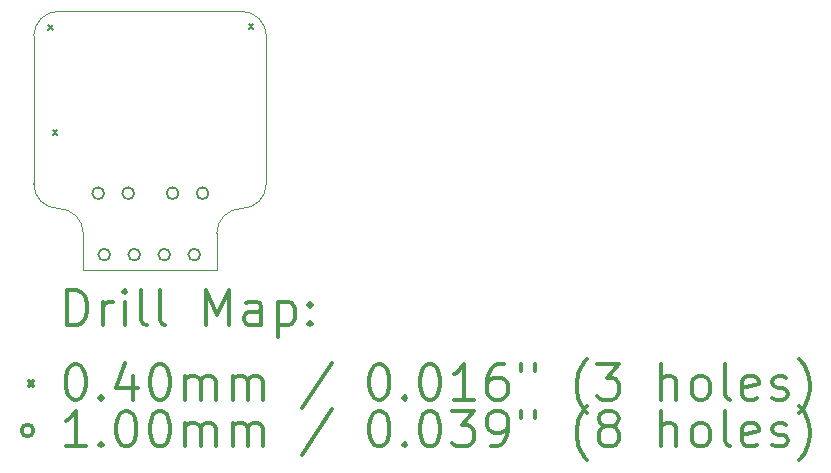
<source format=gbr>
%FSLAX45Y45*%
G04 Gerber Fmt 4.5, Leading zero omitted, Abs format (unit mm)*
G04 Created by KiCad (PCBNEW (5.1.6)-1) date 2022-09-22 09:58:58*
%MOMM*%
%LPD*%
G01*
G04 APERTURE LIST*
%TA.AperFunction,Profile*%
%ADD10C,0.050000*%
%TD*%
%ADD11C,0.200000*%
%ADD12C,0.300000*%
G04 APERTURE END LIST*
D10*
X16820000Y-7570000D02*
X15270000Y-7570000D01*
X16820000Y-7570000D02*
G75*
G02*
X17030000Y-7780000I0J-210000D01*
G01*
X17030000Y-9030000D02*
X17030000Y-7780000D01*
X15060000Y-7780000D02*
G75*
G02*
X15270000Y-7570000I210000J0D01*
G01*
X15060000Y-9030000D02*
X15060000Y-7780000D01*
X15270000Y-9240000D02*
G75*
G02*
X15060000Y-9030000I0J210000D01*
G01*
X15270000Y-9240000D02*
G75*
G02*
X15480000Y-9450000I0J-210000D01*
G01*
X17030000Y-9030000D02*
G75*
G02*
X16820000Y-9240000I-210000J0D01*
G01*
X16610000Y-9450000D02*
G75*
G02*
X16820000Y-9240000I210000J0D01*
G01*
X16610000Y-9760000D02*
X16610000Y-9450000D01*
X15480000Y-9760000D02*
X15480000Y-9450000D01*
X15480000Y-9760000D02*
X16610000Y-9760000D01*
D11*
X15180000Y-7690000D02*
X15220000Y-7730000D01*
X15220000Y-7690000D02*
X15180000Y-7730000D01*
X15220000Y-8575000D02*
X15260000Y-8615000D01*
X15260000Y-8575000D02*
X15220000Y-8615000D01*
X16880000Y-7680000D02*
X16920000Y-7720000D01*
X16920000Y-7680000D02*
X16880000Y-7720000D01*
X16286000Y-9110000D02*
G75*
G03*
X16286000Y-9110000I-50000J0D01*
G01*
X16540000Y-9110000D02*
G75*
G03*
X16540000Y-9110000I-50000J0D01*
G01*
X15656000Y-9110000D02*
G75*
G03*
X15656000Y-9110000I-50000J0D01*
G01*
X15910000Y-9110000D02*
G75*
G03*
X15910000Y-9110000I-50000J0D01*
G01*
X15708000Y-9630000D02*
G75*
G03*
X15708000Y-9630000I-50000J0D01*
G01*
X15962000Y-9630000D02*
G75*
G03*
X15962000Y-9630000I-50000J0D01*
G01*
X16216000Y-9630000D02*
G75*
G03*
X16216000Y-9630000I-50000J0D01*
G01*
X16470000Y-9630000D02*
G75*
G03*
X16470000Y-9630000I-50000J0D01*
G01*
D12*
X15343928Y-10228214D02*
X15343928Y-9928214D01*
X15415357Y-9928214D01*
X15458214Y-9942500D01*
X15486786Y-9971072D01*
X15501071Y-9999643D01*
X15515357Y-10056786D01*
X15515357Y-10099643D01*
X15501071Y-10156786D01*
X15486786Y-10185357D01*
X15458214Y-10213929D01*
X15415357Y-10228214D01*
X15343928Y-10228214D01*
X15643928Y-10228214D02*
X15643928Y-10028214D01*
X15643928Y-10085357D02*
X15658214Y-10056786D01*
X15672500Y-10042500D01*
X15701071Y-10028214D01*
X15729643Y-10028214D01*
X15829643Y-10228214D02*
X15829643Y-10028214D01*
X15829643Y-9928214D02*
X15815357Y-9942500D01*
X15829643Y-9956786D01*
X15843928Y-9942500D01*
X15829643Y-9928214D01*
X15829643Y-9956786D01*
X16015357Y-10228214D02*
X15986786Y-10213929D01*
X15972500Y-10185357D01*
X15972500Y-9928214D01*
X16172500Y-10228214D02*
X16143928Y-10213929D01*
X16129643Y-10185357D01*
X16129643Y-9928214D01*
X16515357Y-10228214D02*
X16515357Y-9928214D01*
X16615357Y-10142500D01*
X16715357Y-9928214D01*
X16715357Y-10228214D01*
X16986786Y-10228214D02*
X16986786Y-10071072D01*
X16972500Y-10042500D01*
X16943928Y-10028214D01*
X16886786Y-10028214D01*
X16858214Y-10042500D01*
X16986786Y-10213929D02*
X16958214Y-10228214D01*
X16886786Y-10228214D01*
X16858214Y-10213929D01*
X16843928Y-10185357D01*
X16843928Y-10156786D01*
X16858214Y-10128214D01*
X16886786Y-10113929D01*
X16958214Y-10113929D01*
X16986786Y-10099643D01*
X17129643Y-10028214D02*
X17129643Y-10328214D01*
X17129643Y-10042500D02*
X17158214Y-10028214D01*
X17215357Y-10028214D01*
X17243928Y-10042500D01*
X17258214Y-10056786D01*
X17272500Y-10085357D01*
X17272500Y-10171072D01*
X17258214Y-10199643D01*
X17243928Y-10213929D01*
X17215357Y-10228214D01*
X17158214Y-10228214D01*
X17129643Y-10213929D01*
X17401071Y-10199643D02*
X17415357Y-10213929D01*
X17401071Y-10228214D01*
X17386786Y-10213929D01*
X17401071Y-10199643D01*
X17401071Y-10228214D01*
X17401071Y-10042500D02*
X17415357Y-10056786D01*
X17401071Y-10071072D01*
X17386786Y-10056786D01*
X17401071Y-10042500D01*
X17401071Y-10071072D01*
X15017500Y-10702500D02*
X15057500Y-10742500D01*
X15057500Y-10702500D02*
X15017500Y-10742500D01*
X15401071Y-10558214D02*
X15429643Y-10558214D01*
X15458214Y-10572500D01*
X15472500Y-10586786D01*
X15486786Y-10615357D01*
X15501071Y-10672500D01*
X15501071Y-10743929D01*
X15486786Y-10801072D01*
X15472500Y-10829643D01*
X15458214Y-10843929D01*
X15429643Y-10858214D01*
X15401071Y-10858214D01*
X15372500Y-10843929D01*
X15358214Y-10829643D01*
X15343928Y-10801072D01*
X15329643Y-10743929D01*
X15329643Y-10672500D01*
X15343928Y-10615357D01*
X15358214Y-10586786D01*
X15372500Y-10572500D01*
X15401071Y-10558214D01*
X15629643Y-10829643D02*
X15643928Y-10843929D01*
X15629643Y-10858214D01*
X15615357Y-10843929D01*
X15629643Y-10829643D01*
X15629643Y-10858214D01*
X15901071Y-10658214D02*
X15901071Y-10858214D01*
X15829643Y-10543929D02*
X15758214Y-10758214D01*
X15943928Y-10758214D01*
X16115357Y-10558214D02*
X16143928Y-10558214D01*
X16172500Y-10572500D01*
X16186786Y-10586786D01*
X16201071Y-10615357D01*
X16215357Y-10672500D01*
X16215357Y-10743929D01*
X16201071Y-10801072D01*
X16186786Y-10829643D01*
X16172500Y-10843929D01*
X16143928Y-10858214D01*
X16115357Y-10858214D01*
X16086786Y-10843929D01*
X16072500Y-10829643D01*
X16058214Y-10801072D01*
X16043928Y-10743929D01*
X16043928Y-10672500D01*
X16058214Y-10615357D01*
X16072500Y-10586786D01*
X16086786Y-10572500D01*
X16115357Y-10558214D01*
X16343928Y-10858214D02*
X16343928Y-10658214D01*
X16343928Y-10686786D02*
X16358214Y-10672500D01*
X16386786Y-10658214D01*
X16429643Y-10658214D01*
X16458214Y-10672500D01*
X16472500Y-10701072D01*
X16472500Y-10858214D01*
X16472500Y-10701072D02*
X16486786Y-10672500D01*
X16515357Y-10658214D01*
X16558214Y-10658214D01*
X16586786Y-10672500D01*
X16601071Y-10701072D01*
X16601071Y-10858214D01*
X16743928Y-10858214D02*
X16743928Y-10658214D01*
X16743928Y-10686786D02*
X16758214Y-10672500D01*
X16786786Y-10658214D01*
X16829643Y-10658214D01*
X16858214Y-10672500D01*
X16872500Y-10701072D01*
X16872500Y-10858214D01*
X16872500Y-10701072D02*
X16886786Y-10672500D01*
X16915357Y-10658214D01*
X16958214Y-10658214D01*
X16986786Y-10672500D01*
X17001071Y-10701072D01*
X17001071Y-10858214D01*
X17586786Y-10543929D02*
X17329643Y-10929643D01*
X17972500Y-10558214D02*
X18001071Y-10558214D01*
X18029643Y-10572500D01*
X18043928Y-10586786D01*
X18058214Y-10615357D01*
X18072500Y-10672500D01*
X18072500Y-10743929D01*
X18058214Y-10801072D01*
X18043928Y-10829643D01*
X18029643Y-10843929D01*
X18001071Y-10858214D01*
X17972500Y-10858214D01*
X17943928Y-10843929D01*
X17929643Y-10829643D01*
X17915357Y-10801072D01*
X17901071Y-10743929D01*
X17901071Y-10672500D01*
X17915357Y-10615357D01*
X17929643Y-10586786D01*
X17943928Y-10572500D01*
X17972500Y-10558214D01*
X18201071Y-10829643D02*
X18215357Y-10843929D01*
X18201071Y-10858214D01*
X18186786Y-10843929D01*
X18201071Y-10829643D01*
X18201071Y-10858214D01*
X18401071Y-10558214D02*
X18429643Y-10558214D01*
X18458214Y-10572500D01*
X18472500Y-10586786D01*
X18486786Y-10615357D01*
X18501071Y-10672500D01*
X18501071Y-10743929D01*
X18486786Y-10801072D01*
X18472500Y-10829643D01*
X18458214Y-10843929D01*
X18429643Y-10858214D01*
X18401071Y-10858214D01*
X18372500Y-10843929D01*
X18358214Y-10829643D01*
X18343928Y-10801072D01*
X18329643Y-10743929D01*
X18329643Y-10672500D01*
X18343928Y-10615357D01*
X18358214Y-10586786D01*
X18372500Y-10572500D01*
X18401071Y-10558214D01*
X18786786Y-10858214D02*
X18615357Y-10858214D01*
X18701071Y-10858214D02*
X18701071Y-10558214D01*
X18672500Y-10601072D01*
X18643928Y-10629643D01*
X18615357Y-10643929D01*
X19043928Y-10558214D02*
X18986786Y-10558214D01*
X18958214Y-10572500D01*
X18943928Y-10586786D01*
X18915357Y-10629643D01*
X18901071Y-10686786D01*
X18901071Y-10801072D01*
X18915357Y-10829643D01*
X18929643Y-10843929D01*
X18958214Y-10858214D01*
X19015357Y-10858214D01*
X19043928Y-10843929D01*
X19058214Y-10829643D01*
X19072500Y-10801072D01*
X19072500Y-10729643D01*
X19058214Y-10701072D01*
X19043928Y-10686786D01*
X19015357Y-10672500D01*
X18958214Y-10672500D01*
X18929643Y-10686786D01*
X18915357Y-10701072D01*
X18901071Y-10729643D01*
X19186786Y-10558214D02*
X19186786Y-10615357D01*
X19301071Y-10558214D02*
X19301071Y-10615357D01*
X19743928Y-10972500D02*
X19729643Y-10958214D01*
X19701071Y-10915357D01*
X19686786Y-10886786D01*
X19672500Y-10843929D01*
X19658214Y-10772500D01*
X19658214Y-10715357D01*
X19672500Y-10643929D01*
X19686786Y-10601072D01*
X19701071Y-10572500D01*
X19729643Y-10529643D01*
X19743928Y-10515357D01*
X19829643Y-10558214D02*
X20015357Y-10558214D01*
X19915357Y-10672500D01*
X19958214Y-10672500D01*
X19986786Y-10686786D01*
X20001071Y-10701072D01*
X20015357Y-10729643D01*
X20015357Y-10801072D01*
X20001071Y-10829643D01*
X19986786Y-10843929D01*
X19958214Y-10858214D01*
X19872500Y-10858214D01*
X19843928Y-10843929D01*
X19829643Y-10829643D01*
X20372500Y-10858214D02*
X20372500Y-10558214D01*
X20501071Y-10858214D02*
X20501071Y-10701072D01*
X20486786Y-10672500D01*
X20458214Y-10658214D01*
X20415357Y-10658214D01*
X20386786Y-10672500D01*
X20372500Y-10686786D01*
X20686786Y-10858214D02*
X20658214Y-10843929D01*
X20643928Y-10829643D01*
X20629643Y-10801072D01*
X20629643Y-10715357D01*
X20643928Y-10686786D01*
X20658214Y-10672500D01*
X20686786Y-10658214D01*
X20729643Y-10658214D01*
X20758214Y-10672500D01*
X20772500Y-10686786D01*
X20786786Y-10715357D01*
X20786786Y-10801072D01*
X20772500Y-10829643D01*
X20758214Y-10843929D01*
X20729643Y-10858214D01*
X20686786Y-10858214D01*
X20958214Y-10858214D02*
X20929643Y-10843929D01*
X20915357Y-10815357D01*
X20915357Y-10558214D01*
X21186786Y-10843929D02*
X21158214Y-10858214D01*
X21101071Y-10858214D01*
X21072500Y-10843929D01*
X21058214Y-10815357D01*
X21058214Y-10701072D01*
X21072500Y-10672500D01*
X21101071Y-10658214D01*
X21158214Y-10658214D01*
X21186786Y-10672500D01*
X21201071Y-10701072D01*
X21201071Y-10729643D01*
X21058214Y-10758214D01*
X21315357Y-10843929D02*
X21343928Y-10858214D01*
X21401071Y-10858214D01*
X21429643Y-10843929D01*
X21443928Y-10815357D01*
X21443928Y-10801072D01*
X21429643Y-10772500D01*
X21401071Y-10758214D01*
X21358214Y-10758214D01*
X21329643Y-10743929D01*
X21315357Y-10715357D01*
X21315357Y-10701072D01*
X21329643Y-10672500D01*
X21358214Y-10658214D01*
X21401071Y-10658214D01*
X21429643Y-10672500D01*
X21543928Y-10972500D02*
X21558214Y-10958214D01*
X21586786Y-10915357D01*
X21601071Y-10886786D01*
X21615357Y-10843929D01*
X21629643Y-10772500D01*
X21629643Y-10715357D01*
X21615357Y-10643929D01*
X21601071Y-10601072D01*
X21586786Y-10572500D01*
X21558214Y-10529643D01*
X21543928Y-10515357D01*
X15057500Y-11118500D02*
G75*
G03*
X15057500Y-11118500I-50000J0D01*
G01*
X15501071Y-11254214D02*
X15329643Y-11254214D01*
X15415357Y-11254214D02*
X15415357Y-10954214D01*
X15386786Y-10997072D01*
X15358214Y-11025643D01*
X15329643Y-11039929D01*
X15629643Y-11225643D02*
X15643928Y-11239929D01*
X15629643Y-11254214D01*
X15615357Y-11239929D01*
X15629643Y-11225643D01*
X15629643Y-11254214D01*
X15829643Y-10954214D02*
X15858214Y-10954214D01*
X15886786Y-10968500D01*
X15901071Y-10982786D01*
X15915357Y-11011357D01*
X15929643Y-11068500D01*
X15929643Y-11139929D01*
X15915357Y-11197071D01*
X15901071Y-11225643D01*
X15886786Y-11239929D01*
X15858214Y-11254214D01*
X15829643Y-11254214D01*
X15801071Y-11239929D01*
X15786786Y-11225643D01*
X15772500Y-11197071D01*
X15758214Y-11139929D01*
X15758214Y-11068500D01*
X15772500Y-11011357D01*
X15786786Y-10982786D01*
X15801071Y-10968500D01*
X15829643Y-10954214D01*
X16115357Y-10954214D02*
X16143928Y-10954214D01*
X16172500Y-10968500D01*
X16186786Y-10982786D01*
X16201071Y-11011357D01*
X16215357Y-11068500D01*
X16215357Y-11139929D01*
X16201071Y-11197071D01*
X16186786Y-11225643D01*
X16172500Y-11239929D01*
X16143928Y-11254214D01*
X16115357Y-11254214D01*
X16086786Y-11239929D01*
X16072500Y-11225643D01*
X16058214Y-11197071D01*
X16043928Y-11139929D01*
X16043928Y-11068500D01*
X16058214Y-11011357D01*
X16072500Y-10982786D01*
X16086786Y-10968500D01*
X16115357Y-10954214D01*
X16343928Y-11254214D02*
X16343928Y-11054214D01*
X16343928Y-11082786D02*
X16358214Y-11068500D01*
X16386786Y-11054214D01*
X16429643Y-11054214D01*
X16458214Y-11068500D01*
X16472500Y-11097072D01*
X16472500Y-11254214D01*
X16472500Y-11097072D02*
X16486786Y-11068500D01*
X16515357Y-11054214D01*
X16558214Y-11054214D01*
X16586786Y-11068500D01*
X16601071Y-11097072D01*
X16601071Y-11254214D01*
X16743928Y-11254214D02*
X16743928Y-11054214D01*
X16743928Y-11082786D02*
X16758214Y-11068500D01*
X16786786Y-11054214D01*
X16829643Y-11054214D01*
X16858214Y-11068500D01*
X16872500Y-11097072D01*
X16872500Y-11254214D01*
X16872500Y-11097072D02*
X16886786Y-11068500D01*
X16915357Y-11054214D01*
X16958214Y-11054214D01*
X16986786Y-11068500D01*
X17001071Y-11097072D01*
X17001071Y-11254214D01*
X17586786Y-10939929D02*
X17329643Y-11325643D01*
X17972500Y-10954214D02*
X18001071Y-10954214D01*
X18029643Y-10968500D01*
X18043928Y-10982786D01*
X18058214Y-11011357D01*
X18072500Y-11068500D01*
X18072500Y-11139929D01*
X18058214Y-11197071D01*
X18043928Y-11225643D01*
X18029643Y-11239929D01*
X18001071Y-11254214D01*
X17972500Y-11254214D01*
X17943928Y-11239929D01*
X17929643Y-11225643D01*
X17915357Y-11197071D01*
X17901071Y-11139929D01*
X17901071Y-11068500D01*
X17915357Y-11011357D01*
X17929643Y-10982786D01*
X17943928Y-10968500D01*
X17972500Y-10954214D01*
X18201071Y-11225643D02*
X18215357Y-11239929D01*
X18201071Y-11254214D01*
X18186786Y-11239929D01*
X18201071Y-11225643D01*
X18201071Y-11254214D01*
X18401071Y-10954214D02*
X18429643Y-10954214D01*
X18458214Y-10968500D01*
X18472500Y-10982786D01*
X18486786Y-11011357D01*
X18501071Y-11068500D01*
X18501071Y-11139929D01*
X18486786Y-11197071D01*
X18472500Y-11225643D01*
X18458214Y-11239929D01*
X18429643Y-11254214D01*
X18401071Y-11254214D01*
X18372500Y-11239929D01*
X18358214Y-11225643D01*
X18343928Y-11197071D01*
X18329643Y-11139929D01*
X18329643Y-11068500D01*
X18343928Y-11011357D01*
X18358214Y-10982786D01*
X18372500Y-10968500D01*
X18401071Y-10954214D01*
X18601071Y-10954214D02*
X18786786Y-10954214D01*
X18686786Y-11068500D01*
X18729643Y-11068500D01*
X18758214Y-11082786D01*
X18772500Y-11097072D01*
X18786786Y-11125643D01*
X18786786Y-11197071D01*
X18772500Y-11225643D01*
X18758214Y-11239929D01*
X18729643Y-11254214D01*
X18643928Y-11254214D01*
X18615357Y-11239929D01*
X18601071Y-11225643D01*
X18929643Y-11254214D02*
X18986786Y-11254214D01*
X19015357Y-11239929D01*
X19029643Y-11225643D01*
X19058214Y-11182786D01*
X19072500Y-11125643D01*
X19072500Y-11011357D01*
X19058214Y-10982786D01*
X19043928Y-10968500D01*
X19015357Y-10954214D01*
X18958214Y-10954214D01*
X18929643Y-10968500D01*
X18915357Y-10982786D01*
X18901071Y-11011357D01*
X18901071Y-11082786D01*
X18915357Y-11111357D01*
X18929643Y-11125643D01*
X18958214Y-11139929D01*
X19015357Y-11139929D01*
X19043928Y-11125643D01*
X19058214Y-11111357D01*
X19072500Y-11082786D01*
X19186786Y-10954214D02*
X19186786Y-11011357D01*
X19301071Y-10954214D02*
X19301071Y-11011357D01*
X19743928Y-11368500D02*
X19729643Y-11354214D01*
X19701071Y-11311357D01*
X19686786Y-11282786D01*
X19672500Y-11239929D01*
X19658214Y-11168500D01*
X19658214Y-11111357D01*
X19672500Y-11039929D01*
X19686786Y-10997072D01*
X19701071Y-10968500D01*
X19729643Y-10925643D01*
X19743928Y-10911357D01*
X19901071Y-11082786D02*
X19872500Y-11068500D01*
X19858214Y-11054214D01*
X19843928Y-11025643D01*
X19843928Y-11011357D01*
X19858214Y-10982786D01*
X19872500Y-10968500D01*
X19901071Y-10954214D01*
X19958214Y-10954214D01*
X19986786Y-10968500D01*
X20001071Y-10982786D01*
X20015357Y-11011357D01*
X20015357Y-11025643D01*
X20001071Y-11054214D01*
X19986786Y-11068500D01*
X19958214Y-11082786D01*
X19901071Y-11082786D01*
X19872500Y-11097072D01*
X19858214Y-11111357D01*
X19843928Y-11139929D01*
X19843928Y-11197071D01*
X19858214Y-11225643D01*
X19872500Y-11239929D01*
X19901071Y-11254214D01*
X19958214Y-11254214D01*
X19986786Y-11239929D01*
X20001071Y-11225643D01*
X20015357Y-11197071D01*
X20015357Y-11139929D01*
X20001071Y-11111357D01*
X19986786Y-11097072D01*
X19958214Y-11082786D01*
X20372500Y-11254214D02*
X20372500Y-10954214D01*
X20501071Y-11254214D02*
X20501071Y-11097072D01*
X20486786Y-11068500D01*
X20458214Y-11054214D01*
X20415357Y-11054214D01*
X20386786Y-11068500D01*
X20372500Y-11082786D01*
X20686786Y-11254214D02*
X20658214Y-11239929D01*
X20643928Y-11225643D01*
X20629643Y-11197071D01*
X20629643Y-11111357D01*
X20643928Y-11082786D01*
X20658214Y-11068500D01*
X20686786Y-11054214D01*
X20729643Y-11054214D01*
X20758214Y-11068500D01*
X20772500Y-11082786D01*
X20786786Y-11111357D01*
X20786786Y-11197071D01*
X20772500Y-11225643D01*
X20758214Y-11239929D01*
X20729643Y-11254214D01*
X20686786Y-11254214D01*
X20958214Y-11254214D02*
X20929643Y-11239929D01*
X20915357Y-11211357D01*
X20915357Y-10954214D01*
X21186786Y-11239929D02*
X21158214Y-11254214D01*
X21101071Y-11254214D01*
X21072500Y-11239929D01*
X21058214Y-11211357D01*
X21058214Y-11097072D01*
X21072500Y-11068500D01*
X21101071Y-11054214D01*
X21158214Y-11054214D01*
X21186786Y-11068500D01*
X21201071Y-11097072D01*
X21201071Y-11125643D01*
X21058214Y-11154214D01*
X21315357Y-11239929D02*
X21343928Y-11254214D01*
X21401071Y-11254214D01*
X21429643Y-11239929D01*
X21443928Y-11211357D01*
X21443928Y-11197071D01*
X21429643Y-11168500D01*
X21401071Y-11154214D01*
X21358214Y-11154214D01*
X21329643Y-11139929D01*
X21315357Y-11111357D01*
X21315357Y-11097072D01*
X21329643Y-11068500D01*
X21358214Y-11054214D01*
X21401071Y-11054214D01*
X21429643Y-11068500D01*
X21543928Y-11368500D02*
X21558214Y-11354214D01*
X21586786Y-11311357D01*
X21601071Y-11282786D01*
X21615357Y-11239929D01*
X21629643Y-11168500D01*
X21629643Y-11111357D01*
X21615357Y-11039929D01*
X21601071Y-10997072D01*
X21586786Y-10968500D01*
X21558214Y-10925643D01*
X21543928Y-10911357D01*
M02*

</source>
